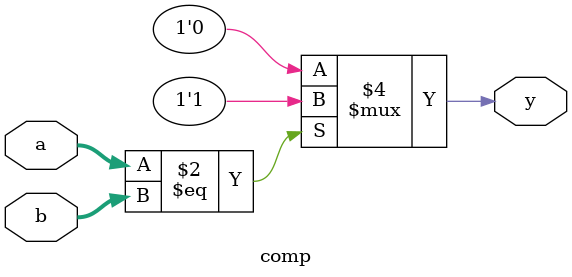
<source format=v>
module comp (
    input [15:0] a,
    input [15:0] b,
    output reg y
);
always @(*) begin
    if (a == b) y = 1;
    else y = 0;
end
endmodule
</source>
